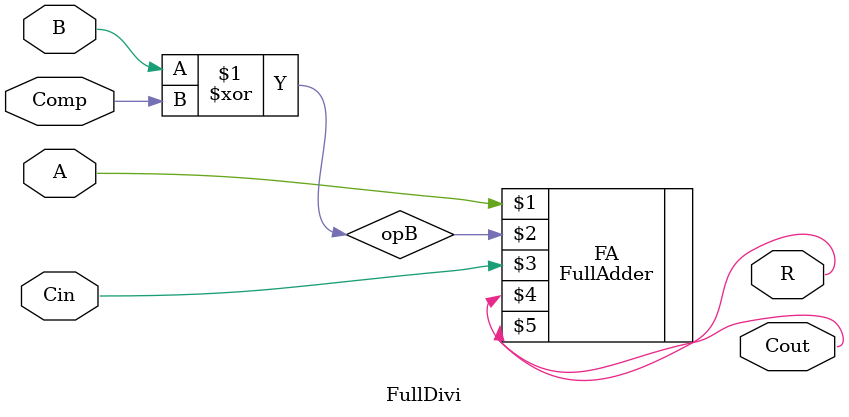
<source format=v>
`timescale 1ns / 1ps

module FullDivi(A,B,Comp,Cin,R,Cout);
	input A,B,Comp,Cin;
	output wire R,Cout;
	
	wire opB;
	assign opB=B^Comp;
	
	FullAdder FA(A,opB,Cin,R,Cout);
endmodule

</source>
